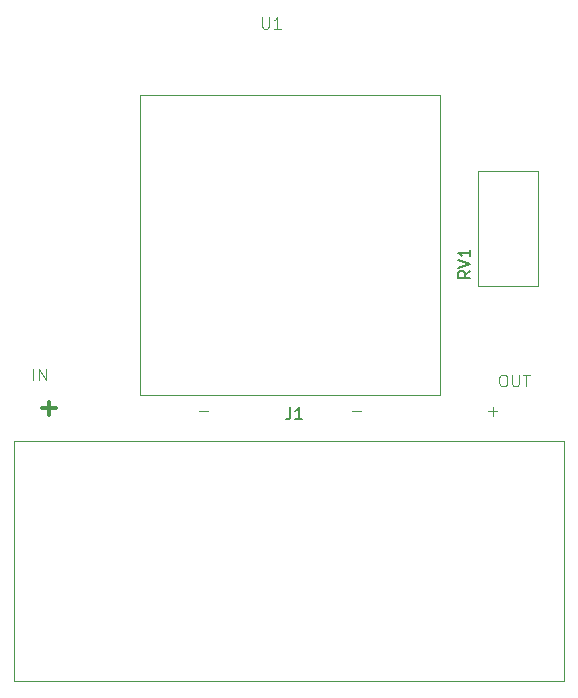
<source format=gbr>
%TF.GenerationSoftware,KiCad,Pcbnew,9.0.1*%
%TF.CreationDate,2025-03-30T19:31:05-07:00*%
%TF.ProjectId,12 to 5 with Trimmer,31322074-6f20-4352-9077-697468205472,rev?*%
%TF.SameCoordinates,Original*%
%TF.FileFunction,Legend,Top*%
%TF.FilePolarity,Positive*%
%FSLAX46Y46*%
G04 Gerber Fmt 4.6, Leading zero omitted, Abs format (unit mm)*
G04 Created by KiCad (PCBNEW 9.0.1) date 2025-03-30 19:31:05*
%MOMM*%
%LPD*%
G01*
G04 APERTURE LIST*
%ADD10C,0.100000*%
%ADD11C,0.300000*%
%ADD12C,0.150000*%
%ADD13C,0.120000*%
G04 APERTURE END LIST*
D10*
X114303884Y-76372419D02*
X114303884Y-75372419D01*
X114780074Y-76372419D02*
X114780074Y-75372419D01*
X114780074Y-75372419D02*
X115351502Y-76372419D01*
X115351502Y-76372419D02*
X115351502Y-75372419D01*
X153994360Y-75872419D02*
X154184836Y-75872419D01*
X154184836Y-75872419D02*
X154280074Y-75920038D01*
X154280074Y-75920038D02*
X154375312Y-76015276D01*
X154375312Y-76015276D02*
X154422931Y-76205752D01*
X154422931Y-76205752D02*
X154422931Y-76539085D01*
X154422931Y-76539085D02*
X154375312Y-76729561D01*
X154375312Y-76729561D02*
X154280074Y-76824800D01*
X154280074Y-76824800D02*
X154184836Y-76872419D01*
X154184836Y-76872419D02*
X153994360Y-76872419D01*
X153994360Y-76872419D02*
X153899122Y-76824800D01*
X153899122Y-76824800D02*
X153803884Y-76729561D01*
X153803884Y-76729561D02*
X153756265Y-76539085D01*
X153756265Y-76539085D02*
X153756265Y-76205752D01*
X153756265Y-76205752D02*
X153803884Y-76015276D01*
X153803884Y-76015276D02*
X153899122Y-75920038D01*
X153899122Y-75920038D02*
X153994360Y-75872419D01*
X154851503Y-75872419D02*
X154851503Y-76681942D01*
X154851503Y-76681942D02*
X154899122Y-76777180D01*
X154899122Y-76777180D02*
X154946741Y-76824800D01*
X154946741Y-76824800D02*
X155041979Y-76872419D01*
X155041979Y-76872419D02*
X155232455Y-76872419D01*
X155232455Y-76872419D02*
X155327693Y-76824800D01*
X155327693Y-76824800D02*
X155375312Y-76777180D01*
X155375312Y-76777180D02*
X155422931Y-76681942D01*
X155422931Y-76681942D02*
X155422931Y-75872419D01*
X155756265Y-75872419D02*
X156327693Y-75872419D01*
X156041979Y-76872419D02*
X156041979Y-75872419D01*
X152803884Y-78991466D02*
X153565789Y-78991466D01*
X153184836Y-79372419D02*
X153184836Y-78610514D01*
X141303884Y-78991466D02*
X142065789Y-78991466D01*
X128303884Y-78991466D02*
X129065789Y-78991466D01*
D11*
X115054510Y-78729400D02*
X116197368Y-78729400D01*
X115625939Y-79300828D02*
X115625939Y-78157971D01*
D12*
X136066666Y-78654819D02*
X136066666Y-79369104D01*
X136066666Y-79369104D02*
X136019047Y-79511961D01*
X136019047Y-79511961D02*
X135923809Y-79607200D01*
X135923809Y-79607200D02*
X135780952Y-79654819D01*
X135780952Y-79654819D02*
X135685714Y-79654819D01*
X137066666Y-79654819D02*
X136495238Y-79654819D01*
X136780952Y-79654819D02*
X136780952Y-78654819D01*
X136780952Y-78654819D02*
X136685714Y-78797676D01*
X136685714Y-78797676D02*
X136590476Y-78892914D01*
X136590476Y-78892914D02*
X136495238Y-78940533D01*
D10*
X133678095Y-45592419D02*
X133678095Y-46401942D01*
X133678095Y-46401942D02*
X133725714Y-46497180D01*
X133725714Y-46497180D02*
X133773333Y-46544800D01*
X133773333Y-46544800D02*
X133868571Y-46592419D01*
X133868571Y-46592419D02*
X134059047Y-46592419D01*
X134059047Y-46592419D02*
X134154285Y-46544800D01*
X134154285Y-46544800D02*
X134201904Y-46497180D01*
X134201904Y-46497180D02*
X134249523Y-46401942D01*
X134249523Y-46401942D02*
X134249523Y-45592419D01*
X135249523Y-46592419D02*
X134678095Y-46592419D01*
X134963809Y-46592419D02*
X134963809Y-45592419D01*
X134963809Y-45592419D02*
X134868571Y-45735276D01*
X134868571Y-45735276D02*
X134773333Y-45830514D01*
X134773333Y-45830514D02*
X134678095Y-45878133D01*
D12*
X151289819Y-67095238D02*
X150813628Y-67428571D01*
X151289819Y-67666666D02*
X150289819Y-67666666D01*
X150289819Y-67666666D02*
X150289819Y-67285714D01*
X150289819Y-67285714D02*
X150337438Y-67190476D01*
X150337438Y-67190476D02*
X150385057Y-67142857D01*
X150385057Y-67142857D02*
X150480295Y-67095238D01*
X150480295Y-67095238D02*
X150623152Y-67095238D01*
X150623152Y-67095238D02*
X150718390Y-67142857D01*
X150718390Y-67142857D02*
X150766009Y-67190476D01*
X150766009Y-67190476D02*
X150813628Y-67285714D01*
X150813628Y-67285714D02*
X150813628Y-67666666D01*
X150289819Y-66809523D02*
X151289819Y-66476190D01*
X151289819Y-66476190D02*
X150289819Y-66142857D01*
X151289819Y-65285714D02*
X151289819Y-65857142D01*
X151289819Y-65571428D02*
X150289819Y-65571428D01*
X150289819Y-65571428D02*
X150432676Y-65666666D01*
X150432676Y-65666666D02*
X150527914Y-65761904D01*
X150527914Y-65761904D02*
X150575533Y-65857142D01*
D10*
%TO.C,J1*%
X112700000Y-101800000D02*
X159200000Y-101800000D01*
X112700000Y-81500000D02*
X112700000Y-101800000D01*
X159200000Y-81500000D02*
X159200000Y-101800000D01*
X112700000Y-81500000D02*
X159200000Y-81500000D01*
%TO.C,U1*%
X123300000Y-77565000D02*
X148700000Y-77565000D01*
X148700000Y-52165000D01*
X123300000Y-52165000D01*
X123300000Y-77565000D01*
D13*
%TO.C,RV1*%
X151975000Y-68375000D02*
X157025000Y-68375000D01*
X151975000Y-68375000D02*
X151975000Y-58625000D01*
X157025000Y-68375000D02*
X157025000Y-58625000D01*
X151975000Y-58625000D02*
X157025000Y-58625000D01*
%TD*%
M02*

</source>
